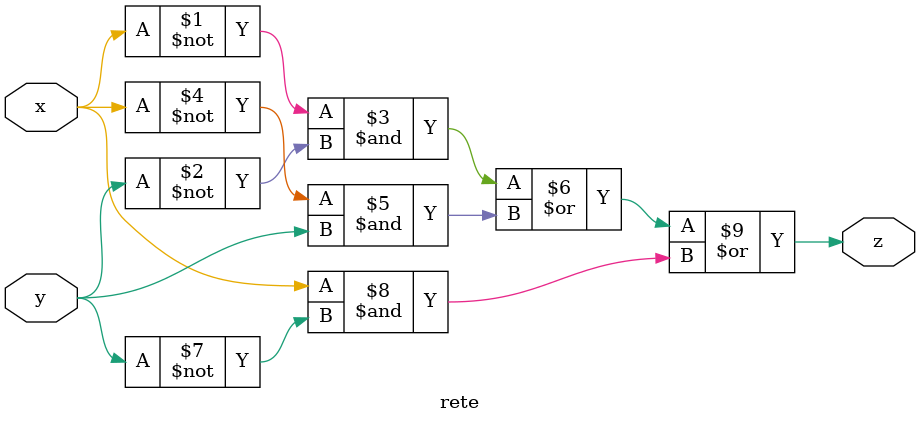
<source format=v>

module rete(output z, input x, input y);
	assign z = (~x & ~y) | (~x & y) | (x & ~y);
endmodule

</source>
